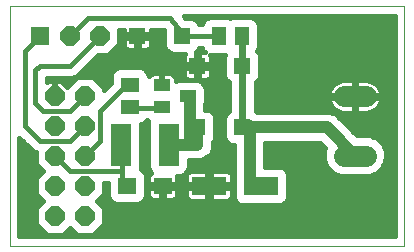
<source format=gtl>
G75*
G70*
%OFA0B0*%
%FSLAX24Y24*%
%IPPOS*%
%LPD*%
%AMOC8*
5,1,8,0,0,1.08239X$1,22.5*
%
%ADD10C,0.0000*%
%ADD11R,0.0512X0.0630*%
%ADD12R,0.0630X0.0512*%
%ADD13R,0.0551X0.0394*%
%ADD14R,0.0630X0.0551*%
%ADD15R,0.1181X0.0630*%
%ADD16OC8,0.0640*%
%ADD17R,0.0640X0.0640*%
%ADD18R,0.0709X0.1417*%
%ADD19R,0.0551X0.0551*%
%ADD20C,0.0710*%
%ADD21C,0.0160*%
%ADD22C,0.0400*%
%ADD23C,0.0400*%
%ADD24C,0.0240*%
D10*
X000181Y003467D02*
X013331Y003467D01*
X013331Y011467D01*
X000181Y011467D01*
X000181Y003467D01*
D11*
X007157Y010467D03*
X007905Y010467D03*
D12*
X004181Y008841D03*
X004181Y008093D03*
D13*
X005248Y008093D03*
X005248Y008841D03*
X006114Y008467D03*
D14*
X005272Y005467D03*
X004091Y005467D03*
D15*
X006815Y005467D03*
X008548Y005467D03*
D16*
X003181Y010467D03*
X002181Y010467D03*
X001681Y008467D03*
X001681Y007467D03*
X001681Y006467D03*
X001681Y005467D03*
X001681Y004467D03*
X002681Y004467D03*
X002681Y005467D03*
X002681Y006467D03*
X002681Y007467D03*
X002681Y008467D03*
D17*
X001181Y010467D03*
D18*
X003894Y006842D03*
X005469Y006842D03*
D19*
X006433Y007417D03*
X007929Y007417D03*
X007929Y009467D03*
X006433Y009467D03*
X005929Y010467D03*
X004433Y010467D03*
D20*
X011326Y008451D02*
X012036Y008451D01*
X012036Y006483D02*
X011326Y006483D01*
D21*
X010651Y006479D02*
X008701Y006479D01*
X008701Y006321D02*
X010663Y006321D01*
X010651Y006349D02*
X010754Y006100D01*
X010944Y005911D01*
X011192Y005808D01*
X012171Y005808D01*
X012419Y005911D01*
X012609Y006100D01*
X012711Y006349D01*
X012711Y006617D01*
X012609Y006865D01*
X012419Y007055D01*
X012171Y007158D01*
X011742Y007158D01*
X011042Y007858D01*
X010851Y007937D01*
X010644Y007937D01*
X008413Y007937D01*
X008386Y007964D01*
X008369Y007971D01*
X008369Y008913D01*
X008386Y008920D01*
X008476Y009010D01*
X008525Y009128D01*
X008525Y009806D01*
X008476Y009924D01*
X008431Y009969D01*
X008433Y009971D01*
X008481Y010088D01*
X008481Y010846D01*
X008433Y010963D01*
X008343Y011053D01*
X008225Y011102D01*
X007586Y011102D01*
X007531Y011079D01*
X007477Y011102D01*
X006838Y011102D01*
X006720Y011053D01*
X006630Y010963D01*
X006590Y010867D01*
X006500Y010867D01*
X006476Y010924D01*
X006386Y011014D01*
X006269Y011063D01*
X006035Y011063D01*
X005971Y011147D01*
X013011Y011147D01*
X013011Y003787D01*
X000501Y003787D01*
X000501Y007081D01*
X000955Y006628D01*
X001041Y006592D01*
X001041Y006202D01*
X001276Y005967D01*
X001041Y005732D01*
X001041Y005202D01*
X001276Y004967D01*
X001041Y004732D01*
X001041Y004202D01*
X001416Y003827D01*
X001946Y003827D01*
X002181Y004062D01*
X002416Y003827D01*
X002946Y003827D01*
X003321Y004202D01*
X003321Y004732D01*
X003086Y004967D01*
X003321Y005202D01*
X003321Y005567D01*
X003456Y005567D01*
X003456Y005128D01*
X003505Y005010D01*
X003595Y004920D01*
X003712Y004871D01*
X004469Y004871D01*
X004587Y004920D01*
X004677Y005010D01*
X004726Y005128D01*
X004726Y005806D01*
X004677Y005924D01*
X004587Y006014D01*
X004551Y006029D01*
X004568Y006070D01*
X004568Y007521D01*
X004678Y007566D01*
X004764Y007652D01*
X004791Y007625D01*
X004798Y007622D01*
X004794Y007614D01*
X004794Y006070D01*
X004843Y005952D01*
X004886Y005909D01*
X004846Y005887D01*
X004813Y005853D01*
X004789Y005812D01*
X004777Y005766D01*
X004777Y005525D01*
X005214Y005525D01*
X005214Y005409D01*
X005330Y005409D01*
X005330Y005525D01*
X005767Y005525D01*
X005767Y005766D01*
X005755Y005812D01*
X005754Y005813D01*
X005887Y005813D01*
X006004Y005862D01*
X006094Y005952D01*
X006143Y006070D01*
X006143Y006322D01*
X006285Y006322D01*
X006330Y006322D01*
X006537Y006322D01*
X006728Y006401D01*
X006874Y006548D01*
X006953Y006739D01*
X006953Y006933D01*
X006980Y006960D01*
X007029Y007078D01*
X007029Y007756D01*
X006980Y007874D01*
X006890Y007964D01*
X006773Y008013D01*
X006701Y008013D01*
X006701Y008186D01*
X006710Y008207D01*
X006710Y008728D01*
X006661Y008845D01*
X006571Y008935D01*
X006454Y008984D01*
X005775Y008984D01*
X005704Y008954D01*
X005704Y009062D01*
X005692Y009107D01*
X005668Y009148D01*
X005634Y009182D01*
X005593Y009206D01*
X005548Y009218D01*
X005267Y009218D01*
X005267Y008860D01*
X005230Y008860D01*
X005230Y009218D01*
X004949Y009218D01*
X004903Y009206D01*
X004862Y009182D01*
X004829Y009148D01*
X004816Y009127D01*
X004816Y009161D01*
X004768Y009278D01*
X004678Y009368D01*
X004560Y009417D01*
X003803Y009417D01*
X003685Y009368D01*
X003595Y009278D01*
X003546Y009161D01*
X003546Y008898D01*
X003321Y008673D01*
X003321Y008732D01*
X002946Y009107D01*
X002416Y009107D01*
X002082Y008773D01*
X001889Y008967D01*
X001701Y008967D01*
X001701Y008487D01*
X001661Y008487D01*
X001661Y008967D01*
X001474Y008967D01*
X001431Y008924D01*
X001431Y009067D01*
X002261Y009067D01*
X002408Y009128D01*
X002520Y009240D01*
X003107Y009827D01*
X003446Y009827D01*
X003821Y010202D01*
X003821Y010667D01*
X003978Y010667D01*
X003978Y010525D01*
X004375Y010525D01*
X004375Y010409D01*
X003978Y010409D01*
X003978Y010168D01*
X003990Y010122D01*
X004014Y010081D01*
X004047Y010047D01*
X004088Y010024D01*
X004134Y010011D01*
X004376Y010011D01*
X004376Y010409D01*
X004491Y010409D01*
X004491Y010011D01*
X004733Y010011D01*
X004778Y010024D01*
X004819Y010047D01*
X004853Y010081D01*
X004877Y010122D01*
X004889Y010168D01*
X004889Y010409D01*
X004491Y010409D01*
X004491Y010525D01*
X004889Y010525D01*
X004889Y010667D01*
X005331Y010667D01*
X005334Y010664D01*
X005334Y010128D01*
X005383Y010010D01*
X005473Y009920D01*
X005590Y009871D01*
X006032Y009871D01*
X006014Y009853D01*
X005990Y009812D01*
X005978Y009766D01*
X005978Y009525D01*
X006375Y009525D01*
X006375Y009409D01*
X005978Y009409D01*
X005978Y009168D01*
X005990Y009122D01*
X006014Y009081D01*
X006047Y009047D01*
X006088Y009024D01*
X006134Y009011D01*
X006376Y009011D01*
X006376Y009409D01*
X006491Y009409D01*
X006491Y009011D01*
X006733Y009011D01*
X006778Y009024D01*
X006819Y009047D01*
X006853Y009081D01*
X006877Y009122D01*
X006889Y009168D01*
X006889Y009409D01*
X006491Y009409D01*
X006491Y009525D01*
X006376Y009525D01*
X006376Y009916D01*
X006386Y009920D01*
X006476Y010010D01*
X006500Y010067D01*
X006590Y010067D01*
X006630Y009971D01*
X006678Y009923D01*
X006491Y009923D01*
X006491Y009525D01*
X006889Y009525D01*
X006889Y009766D01*
X006877Y009812D01*
X006865Y009832D01*
X007345Y009832D01*
X007334Y009806D01*
X007334Y009128D01*
X007383Y009010D01*
X007473Y008920D01*
X007489Y008913D01*
X007489Y007971D01*
X007473Y007964D01*
X007383Y007874D01*
X007334Y007756D01*
X007334Y007078D01*
X007383Y006960D01*
X007473Y006870D01*
X007590Y006821D01*
X007661Y006821D01*
X007661Y005905D01*
X007637Y005846D01*
X007637Y005088D01*
X007686Y004971D01*
X007776Y004881D01*
X007893Y004832D01*
X009202Y004832D01*
X009319Y004881D01*
X009409Y004971D01*
X009458Y005088D01*
X009458Y005846D01*
X009409Y005963D01*
X009319Y006053D01*
X009202Y006102D01*
X008701Y006102D01*
X008701Y006897D01*
X010532Y006897D01*
X010698Y006730D01*
X010651Y006617D01*
X010651Y006349D01*
X010729Y006162D02*
X008701Y006162D01*
X008701Y006638D02*
X010660Y006638D01*
X010632Y006796D02*
X008701Y006796D01*
X009369Y006004D02*
X010851Y006004D01*
X011102Y005845D02*
X009458Y005845D01*
X009458Y005687D02*
X013011Y005687D01*
X013011Y005845D02*
X012261Y005845D01*
X012512Y006004D02*
X013011Y006004D01*
X013011Y006162D02*
X012634Y006162D01*
X012700Y006321D02*
X013011Y006321D01*
X013011Y006479D02*
X012711Y006479D01*
X012703Y006638D02*
X013011Y006638D01*
X013011Y006796D02*
X012637Y006796D01*
X012519Y006955D02*
X013011Y006955D01*
X013011Y007114D02*
X012277Y007114D01*
X011627Y007272D02*
X013011Y007272D01*
X013011Y007431D02*
X011469Y007431D01*
X011310Y007589D02*
X013011Y007589D01*
X013011Y007748D02*
X011152Y007748D01*
X011201Y007930D02*
X011121Y007956D01*
X011046Y007994D01*
X010978Y008043D01*
X010918Y008103D01*
X010869Y008171D01*
X010831Y008246D01*
X010805Y008326D01*
X010791Y008409D01*
X010791Y008414D01*
X011644Y008414D01*
X011644Y008489D01*
X011644Y008986D01*
X011284Y008986D01*
X011201Y008973D01*
X011121Y008947D01*
X011046Y008909D01*
X010978Y008859D01*
X010918Y008800D01*
X010869Y008732D01*
X010831Y008657D01*
X010805Y008577D01*
X010791Y008493D01*
X010791Y008489D01*
X011644Y008489D01*
X011719Y008489D01*
X011719Y008986D01*
X012079Y008986D01*
X012162Y008973D01*
X012242Y008947D01*
X012317Y008909D01*
X012385Y008859D01*
X012444Y008800D01*
X012494Y008732D01*
X012532Y008657D01*
X012558Y008577D01*
X012571Y008493D01*
X012571Y008489D01*
X011719Y008489D01*
X011719Y008414D01*
X012571Y008414D01*
X012571Y008409D01*
X012558Y008326D01*
X012532Y008246D01*
X012494Y008171D01*
X012444Y008103D01*
X012385Y008043D01*
X012317Y007994D01*
X012242Y007956D01*
X012162Y007930D01*
X012079Y007916D01*
X011719Y007916D01*
X011719Y008414D01*
X011644Y008414D01*
X011644Y007916D01*
X011284Y007916D01*
X011201Y007930D01*
X010925Y007906D02*
X013011Y007906D01*
X013011Y008065D02*
X012406Y008065D01*
X012521Y008223D02*
X013011Y008223D01*
X013011Y008382D02*
X012567Y008382D01*
X012564Y008540D02*
X013011Y008540D01*
X013011Y008699D02*
X012511Y008699D01*
X012387Y008858D02*
X013011Y008858D01*
X013011Y009016D02*
X008479Y009016D01*
X008525Y009175D02*
X013011Y009175D01*
X013011Y009333D02*
X008525Y009333D01*
X008525Y009492D02*
X013011Y009492D01*
X013011Y009650D02*
X008525Y009650D01*
X008524Y009809D02*
X013011Y009809D01*
X013011Y009967D02*
X008433Y009967D01*
X008481Y010126D02*
X013011Y010126D01*
X013011Y010284D02*
X008481Y010284D01*
X008481Y010443D02*
X013011Y010443D01*
X013011Y010602D02*
X008481Y010602D01*
X008481Y010760D02*
X013011Y010760D01*
X013011Y010919D02*
X008451Y010919D01*
X008285Y011077D02*
X013011Y011077D01*
X011719Y008858D02*
X011644Y008858D01*
X011644Y008699D02*
X011719Y008699D01*
X011719Y008540D02*
X011644Y008540D01*
X011644Y008382D02*
X011719Y008382D01*
X011719Y008223D02*
X011644Y008223D01*
X011644Y008065D02*
X011719Y008065D01*
X010956Y008065D02*
X008369Y008065D01*
X008369Y008223D02*
X010842Y008223D01*
X010796Y008382D02*
X008369Y008382D01*
X008369Y008540D02*
X010799Y008540D01*
X010852Y008699D02*
X008369Y008699D01*
X008369Y008858D02*
X010976Y008858D01*
X007489Y008858D02*
X006649Y008858D01*
X006710Y008699D02*
X007489Y008699D01*
X007489Y008540D02*
X006710Y008540D01*
X006710Y008382D02*
X007489Y008382D01*
X007489Y008223D02*
X006710Y008223D01*
X006701Y008065D02*
X007489Y008065D01*
X007415Y007906D02*
X006948Y007906D01*
X007029Y007748D02*
X007334Y007748D01*
X007334Y007589D02*
X007029Y007589D01*
X007029Y007431D02*
X007334Y007431D01*
X007334Y007272D02*
X007029Y007272D01*
X007029Y007114D02*
X007334Y007114D01*
X007388Y006955D02*
X006975Y006955D01*
X006953Y006796D02*
X007661Y006796D01*
X007661Y006638D02*
X006912Y006638D01*
X006806Y006479D02*
X007661Y006479D01*
X007661Y006321D02*
X006143Y006321D01*
X006143Y006162D02*
X007661Y006162D01*
X007661Y006004D02*
X006116Y006004D01*
X006155Y005950D02*
X006114Y005926D01*
X006081Y005893D01*
X006057Y005851D01*
X006045Y005806D01*
X006045Y005545D01*
X006738Y005545D01*
X006738Y005962D01*
X006201Y005962D01*
X006155Y005950D01*
X006055Y005845D02*
X005964Y005845D01*
X006045Y005687D02*
X005767Y005687D01*
X005767Y005528D02*
X006738Y005528D01*
X006738Y005545D02*
X006738Y005390D01*
X006045Y005390D01*
X006045Y005128D01*
X006057Y005083D01*
X006081Y005042D01*
X006114Y005008D01*
X006155Y004984D01*
X006201Y004972D01*
X006738Y004972D01*
X006738Y005389D01*
X006893Y005389D01*
X006893Y004972D01*
X007430Y004972D01*
X007475Y004984D01*
X007516Y005008D01*
X007550Y005042D01*
X007574Y005083D01*
X007586Y005128D01*
X007586Y005390D01*
X006893Y005390D01*
X006893Y005545D01*
X006738Y005545D01*
X006738Y005687D02*
X006893Y005687D01*
X006893Y005545D02*
X006893Y005962D01*
X007430Y005962D01*
X007475Y005950D01*
X007516Y005926D01*
X007550Y005893D01*
X007574Y005851D01*
X007586Y005806D01*
X007586Y005545D01*
X006893Y005545D01*
X006893Y005528D02*
X007637Y005528D01*
X007637Y005370D02*
X007586Y005370D01*
X007586Y005211D02*
X007637Y005211D01*
X007652Y005053D02*
X007556Y005053D01*
X007763Y004894D02*
X004524Y004894D01*
X004695Y005053D02*
X004841Y005053D01*
X004846Y005047D02*
X004888Y005024D01*
X004933Y005011D01*
X005214Y005011D01*
X005214Y005409D01*
X004777Y005409D01*
X004777Y005168D01*
X004789Y005122D01*
X004813Y005081D01*
X004846Y005047D01*
X004777Y005211D02*
X004726Y005211D01*
X004726Y005370D02*
X004777Y005370D01*
X004777Y005528D02*
X004726Y005528D01*
X004726Y005687D02*
X004777Y005687D01*
X004808Y005845D02*
X004710Y005845D01*
X004822Y006004D02*
X004597Y006004D01*
X004568Y006162D02*
X004794Y006162D01*
X004794Y006321D02*
X004568Y006321D01*
X004568Y006479D02*
X004794Y006479D01*
X004794Y006638D02*
X004568Y006638D01*
X004568Y006796D02*
X004794Y006796D01*
X004794Y006955D02*
X004568Y006955D01*
X004568Y007114D02*
X004794Y007114D01*
X004794Y007272D02*
X004568Y007272D01*
X004568Y007431D02*
X004794Y007431D01*
X004794Y007589D02*
X004701Y007589D01*
X004181Y008067D02*
X005222Y008067D01*
X005248Y008093D01*
X005230Y009016D02*
X005267Y009016D01*
X005267Y009175D02*
X005230Y009175D01*
X005642Y009175D02*
X005978Y009175D01*
X005978Y009333D02*
X004713Y009333D01*
X004811Y009175D02*
X004855Y009175D01*
X004181Y008841D02*
X004055Y008841D01*
X003181Y007967D01*
X003181Y006967D01*
X002681Y006467D01*
X002181Y005967D02*
X003931Y005967D01*
X003931Y006930D01*
X003894Y006842D01*
X003681Y006967D01*
X002681Y007467D02*
X002181Y006967D01*
X001181Y006967D01*
X000681Y007467D01*
X000681Y009967D01*
X001181Y010467D01*
X002181Y010467D02*
X002781Y011067D01*
X005531Y011067D01*
X005873Y010611D01*
X005873Y010467D01*
X005929Y010467D01*
X005981Y010467D02*
X005873Y010611D01*
X005981Y010467D02*
X007157Y010467D01*
X006612Y010919D02*
X006479Y010919D01*
X006778Y011077D02*
X006024Y011077D01*
X005334Y010602D02*
X004889Y010602D01*
X004889Y010284D02*
X005334Y010284D01*
X005335Y010126D02*
X004878Y010126D01*
X005425Y009967D02*
X003587Y009967D01*
X003745Y010126D02*
X003989Y010126D01*
X003978Y010284D02*
X003821Y010284D01*
X003821Y010443D02*
X004375Y010443D01*
X004491Y010443D02*
X005334Y010443D01*
X004491Y010284D02*
X004376Y010284D01*
X004376Y010126D02*
X004491Y010126D01*
X003978Y010602D02*
X003821Y010602D01*
X003181Y010467D02*
X002181Y009467D01*
X001181Y009467D01*
X001031Y009317D01*
X001031Y008217D01*
X001281Y007967D01*
X002181Y007967D01*
X002681Y008467D01*
X002167Y008858D02*
X001998Y008858D01*
X001701Y008858D02*
X001661Y008858D01*
X001661Y008699D02*
X001701Y008699D01*
X001701Y008540D02*
X001661Y008540D01*
X001431Y009016D02*
X002325Y009016D01*
X002455Y009175D02*
X003552Y009175D01*
X003546Y009016D02*
X003037Y009016D01*
X003196Y008858D02*
X003506Y008858D01*
X003348Y008699D02*
X003321Y008699D01*
X003650Y009333D02*
X002613Y009333D01*
X002772Y009492D02*
X006375Y009492D01*
X006491Y009492D02*
X007334Y009492D01*
X007334Y009650D02*
X006889Y009650D01*
X006878Y009809D02*
X007335Y009809D01*
X007334Y009333D02*
X006889Y009333D01*
X006889Y009175D02*
X007334Y009175D01*
X007380Y009016D02*
X006750Y009016D01*
X006491Y009016D02*
X006376Y009016D01*
X006376Y009175D02*
X006491Y009175D01*
X006491Y009333D02*
X006376Y009333D01*
X006117Y009016D02*
X005704Y009016D01*
X006114Y008467D02*
X006181Y008400D01*
X006376Y009650D02*
X006491Y009650D01*
X006491Y009809D02*
X006376Y009809D01*
X006433Y009967D02*
X006634Y009967D01*
X005989Y009809D02*
X003089Y009809D01*
X002930Y009650D02*
X005978Y009650D01*
X004181Y008093D02*
X004181Y008067D01*
X003931Y005967D02*
X003931Y005627D01*
X004091Y005467D01*
X003456Y005528D02*
X003321Y005528D01*
X003321Y005370D02*
X003456Y005370D01*
X003456Y005211D02*
X003321Y005211D01*
X003172Y005053D02*
X003487Y005053D01*
X003658Y004894D02*
X003160Y004894D01*
X003318Y004735D02*
X013011Y004735D01*
X013011Y004577D02*
X003321Y004577D01*
X003321Y004418D02*
X013011Y004418D01*
X013011Y004260D02*
X003321Y004260D01*
X003221Y004101D02*
X013011Y004101D01*
X013011Y003943D02*
X003062Y003943D01*
X002301Y003943D02*
X002062Y003943D01*
X001301Y003943D02*
X000501Y003943D01*
X000501Y004101D02*
X001142Y004101D01*
X001041Y004260D02*
X000501Y004260D01*
X000501Y004418D02*
X001041Y004418D01*
X001041Y004577D02*
X000501Y004577D01*
X000501Y004735D02*
X001045Y004735D01*
X001203Y004894D02*
X000501Y004894D01*
X000501Y005053D02*
X001191Y005053D01*
X001041Y005211D02*
X000501Y005211D01*
X000501Y005370D02*
X001041Y005370D01*
X001041Y005528D02*
X000501Y005528D01*
X000501Y005687D02*
X001041Y005687D01*
X001155Y005845D02*
X000501Y005845D01*
X000501Y006004D02*
X001240Y006004D01*
X001081Y006162D02*
X000501Y006162D01*
X000501Y006321D02*
X001041Y006321D01*
X001041Y006479D02*
X000501Y006479D01*
X000501Y006638D02*
X000945Y006638D01*
X000786Y006796D02*
X000501Y006796D01*
X000501Y006955D02*
X000628Y006955D01*
X001681Y006467D02*
X002181Y005967D01*
X005214Y005370D02*
X005330Y005370D01*
X005330Y005409D02*
X005330Y005011D01*
X005611Y005011D01*
X005656Y005024D01*
X005697Y005047D01*
X005731Y005081D01*
X005755Y005122D01*
X005767Y005168D01*
X005767Y005409D01*
X005330Y005409D01*
X005330Y005211D02*
X005214Y005211D01*
X005214Y005053D02*
X005330Y005053D01*
X005703Y005053D02*
X006074Y005053D01*
X006045Y005211D02*
X005767Y005211D01*
X005767Y005370D02*
X006045Y005370D01*
X006738Y005370D02*
X006893Y005370D01*
X006893Y005211D02*
X006738Y005211D01*
X006738Y005053D02*
X006893Y005053D01*
X006893Y005845D02*
X006738Y005845D01*
X007575Y005845D02*
X007637Y005845D01*
X007637Y005687D02*
X007586Y005687D01*
X009333Y004894D02*
X013011Y004894D01*
X013011Y005053D02*
X009443Y005053D01*
X009458Y005211D02*
X013011Y005211D01*
X013011Y005370D02*
X009458Y005370D01*
X009458Y005528D02*
X013011Y005528D01*
D22*
X006831Y006317D03*
X006831Y004667D03*
X005231Y004767D03*
X005181Y009467D03*
X005681Y009467D03*
X004431Y009767D03*
D23*
X006181Y008400D02*
X006181Y006842D01*
X006433Y006842D01*
X006433Y007417D01*
X006181Y006842D02*
X005469Y006842D01*
X007929Y007417D02*
X010747Y007417D01*
X011681Y006483D01*
X008548Y005467D02*
X008181Y005567D01*
X008181Y007467D01*
X007929Y007467D01*
X007929Y007417D01*
D24*
X007929Y009467D01*
X007929Y010467D01*
X007905Y010467D01*
M02*

</source>
